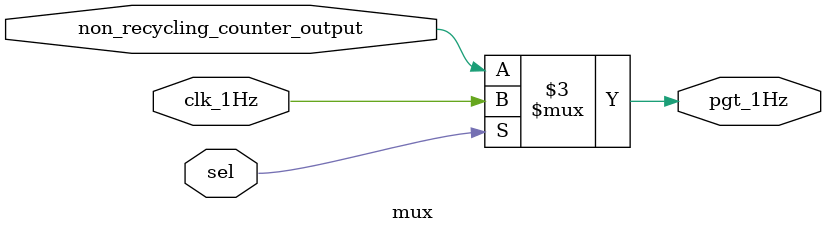
<source format=v>
module mux(
  input wire sel,
  input wire non_recycling_counter_output,
  input wire clk_1Hz,
  output reg pgt_1Hz
);

  always @* begin
    pgt_1Hz = (sel == 0) ? non_recycling_counter_output : clk_1Hz;
  end

endmodule
</source>
